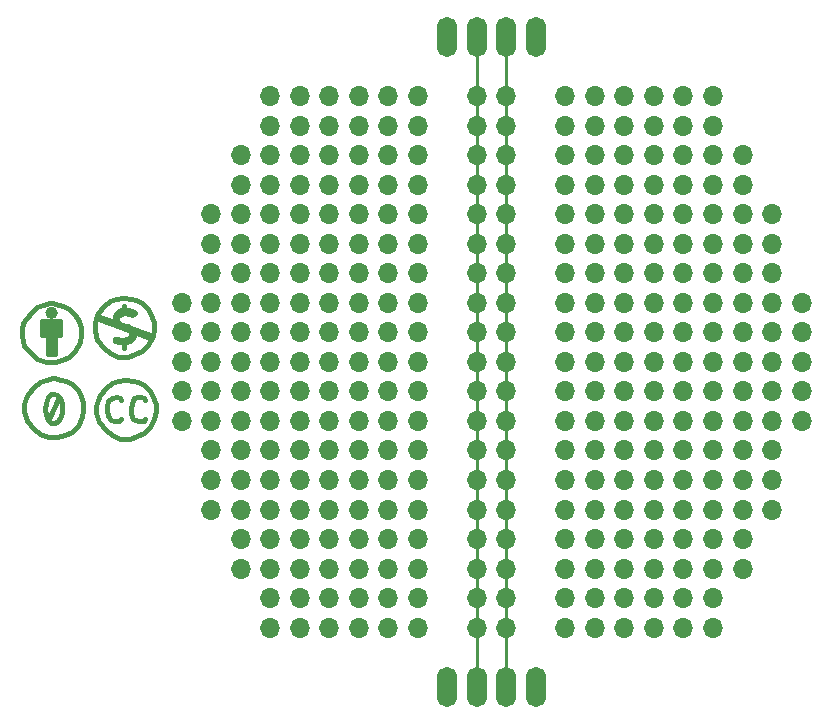
<source format=gtl>
G04 #@! TF.GenerationSoftware,KiCad,Pcbnew,no-vcs-found-1773985~61~ubuntu16.04.1*
G04 #@! TF.CreationDate,2018-02-01T00:18:09+01:00*
G04 #@! TF.ProjectId,ripolab_protroboard_v2,7269706F6C61625F70726F74726F626F,rev?*
G04 #@! TF.SameCoordinates,Original*
G04 #@! TF.FileFunction,Copper,L1,Top,Signal*
G04 #@! TF.FilePolarity,Positive*
%FSLAX46Y46*%
G04 Gerber Fmt 4.6, Leading zero omitted, Abs format (unit mm)*
G04 Created by KiCad (PCBNEW no-vcs-found-1773985~61~ubuntu16.04.1) date Thu Feb  1 00:18:09 2018*
%MOMM*%
%LPD*%
G01*
G04 APERTURE LIST*
%ADD10C,0.381000*%
%ADD11O,1.700000X3.400000*%
%ADD12O,1.700000X1.700000*%
%ADD13C,0.250000*%
G04 APERTURE END LIST*
D10*
X107299440Y-93449700D02*
X106700000Y-93350640D01*
X107700760Y-93548760D02*
X107299440Y-93449700D01*
X108201140Y-93851020D02*
X107700760Y-93548760D01*
X108698980Y-94348860D02*
X108201140Y-93851020D01*
X109001240Y-94849240D02*
X108698980Y-94348860D01*
X109199360Y-95451220D02*
X109001240Y-94849240D01*
X109199360Y-96050660D02*
X109199360Y-95451220D01*
X109100300Y-96650100D02*
X109199360Y-96050660D01*
X108698980Y-97351140D02*
X109100300Y-96650100D01*
X108201140Y-97848980D02*
X108698980Y-97351140D01*
X107599160Y-98151240D02*
X108201140Y-97848980D01*
X106999720Y-98349360D02*
X107599160Y-98151240D01*
X106199620Y-98349360D02*
X106999720Y-98349360D01*
X105501120Y-98049640D02*
X106199620Y-98349360D01*
X105000740Y-97650860D02*
X105501120Y-98049640D01*
X104398760Y-96949820D02*
X105000740Y-97650860D01*
X104200640Y-96149720D02*
X104398760Y-96949820D01*
X104200640Y-95550280D02*
X104200640Y-96149720D01*
X104299700Y-95049900D02*
X104200640Y-95550280D01*
X104500360Y-94651120D02*
X104299700Y-95049900D01*
X105000740Y-94049140D02*
X104500360Y-94651120D01*
X105501120Y-93650360D02*
X105000740Y-94049140D01*
X105998960Y-93449700D02*
X105501120Y-93650360D01*
X106600940Y-93350640D02*
X105998960Y-93449700D01*
X106700000Y-93350640D02*
X106600940Y-93350640D01*
X107015666Y-94150740D02*
G75*
G03X107015666Y-94150740I-315666J0D01*
G01*
X105899900Y-96050660D02*
X105899900Y-94849240D01*
X107401040Y-96050660D02*
X105899900Y-96050660D01*
X107401040Y-94849240D02*
X107401040Y-96050660D01*
X105899900Y-94849240D02*
X107401040Y-94849240D01*
X106400280Y-97650860D02*
X106900660Y-97650860D01*
X106400280Y-96149720D02*
X106400280Y-97650860D01*
X106999720Y-97650860D02*
X106999720Y-96050660D01*
X106799060Y-97650860D02*
X106999720Y-97650860D01*
X106700000Y-96149720D02*
X106700000Y-97450200D01*
X105899900Y-95750940D02*
X107200380Y-95750940D01*
X107200380Y-95451220D02*
X105998960Y-95451220D01*
X105998960Y-95148960D02*
X107299440Y-95148960D01*
X106700000Y-93950080D02*
X106700000Y-94348860D01*
X113449440Y-92949700D02*
X112850000Y-92850640D01*
X113850760Y-93048760D02*
X113449440Y-92949700D01*
X114351140Y-93351020D02*
X113850760Y-93048760D01*
X114848980Y-93848860D02*
X114351140Y-93351020D01*
X115151240Y-94349240D02*
X114848980Y-93848860D01*
X115349360Y-94951220D02*
X115151240Y-94349240D01*
X115349360Y-95550660D02*
X115349360Y-94951220D01*
X115250300Y-96150100D02*
X115349360Y-95550660D01*
X114848980Y-96851140D02*
X115250300Y-96150100D01*
X114351140Y-97348980D02*
X114848980Y-96851140D01*
X113749160Y-97651240D02*
X114351140Y-97348980D01*
X113149720Y-97849360D02*
X113749160Y-97651240D01*
X112349620Y-97849360D02*
X113149720Y-97849360D01*
X111651120Y-97549640D02*
X112349620Y-97849360D01*
X111150740Y-97150860D02*
X111651120Y-97549640D01*
X110548760Y-96449820D02*
X111150740Y-97150860D01*
X110350640Y-95649720D02*
X110548760Y-96449820D01*
X110350640Y-95050280D02*
X110350640Y-95649720D01*
X110449700Y-94549900D02*
X110350640Y-95050280D01*
X110650360Y-94151120D02*
X110449700Y-94549900D01*
X111150740Y-93549140D02*
X110650360Y-94151120D01*
X111651120Y-93150360D02*
X111150740Y-93549140D01*
X112148960Y-92949700D02*
X111651120Y-93150360D01*
X112750940Y-92850640D02*
X112148960Y-92949700D01*
X112850000Y-92850640D02*
X112750940Y-92850640D01*
X113551040Y-94349240D02*
X113749160Y-94151120D01*
X113248780Y-94250180D02*
X113551040Y-94349240D01*
X112949060Y-94151120D02*
X113248780Y-94250180D01*
X112550280Y-94250180D02*
X112949060Y-94151120D01*
X112349620Y-94450840D02*
X112550280Y-94250180D01*
X112250560Y-94648960D02*
X112349620Y-94450840D01*
X112349620Y-94951220D02*
X112250560Y-94648960D01*
X112550280Y-95149340D02*
X112349620Y-94951220D01*
X113149720Y-95250940D02*
X112550280Y-95149340D01*
X113551040Y-95550660D02*
X113149720Y-95250940D01*
X113650100Y-95850380D02*
X113551040Y-95550660D01*
X113650100Y-96150100D02*
X113650100Y-95850380D01*
X113551040Y-96350760D02*
X113650100Y-96150100D01*
X113350380Y-96548880D02*
X113551040Y-96350760D01*
X113050660Y-96650480D02*
X113350380Y-96548880D01*
X112349620Y-96650480D02*
X113050660Y-96650480D01*
X112049900Y-96548880D02*
X112349620Y-96650480D01*
X112049900Y-96350760D02*
X112049900Y-96548880D01*
X112148960Y-96350760D02*
X112049900Y-96350760D01*
X112649340Y-96449820D02*
X112148960Y-96350760D01*
X113149720Y-96350760D02*
X112649340Y-96449820D01*
X113449440Y-96150100D02*
X113149720Y-96350760D01*
X113449440Y-95748780D02*
X113449440Y-96150100D01*
X113149720Y-95550660D02*
X113449440Y-95748780D01*
X112349620Y-95250940D02*
X113149720Y-95550660D01*
X112148960Y-95050280D02*
X112349620Y-95250940D01*
X112049900Y-94750560D02*
X112148960Y-95050280D01*
X112049900Y-94450840D02*
X112049900Y-94750560D01*
X112148960Y-94250180D02*
X112049900Y-94450840D01*
X112349620Y-94049520D02*
X112148960Y-94250180D01*
X112550280Y-93950460D02*
X112349620Y-94049520D01*
X113248780Y-93950460D02*
X112550280Y-93950460D01*
X113650100Y-94049520D02*
X113248780Y-93950460D01*
X113749160Y-94151120D02*
X113650100Y-94049520D01*
X110548760Y-94450840D02*
X115250300Y-96150100D01*
X110449700Y-94549900D02*
X115049640Y-96249160D01*
X112850000Y-93848860D02*
X112850000Y-93549140D01*
X112850000Y-97150860D02*
X112850000Y-97049260D01*
X112850000Y-96650480D02*
X112850000Y-97150860D01*
X107499440Y-99799700D02*
X106900000Y-99700640D01*
X107900760Y-99898760D02*
X107499440Y-99799700D01*
X108401140Y-100201020D02*
X107900760Y-99898760D01*
X108898980Y-100698860D02*
X108401140Y-100201020D01*
X109201240Y-101199240D02*
X108898980Y-100698860D01*
X109399360Y-101801220D02*
X109201240Y-101199240D01*
X109399360Y-102400660D02*
X109399360Y-101801220D01*
X109300300Y-103000100D02*
X109399360Y-102400660D01*
X108898980Y-103701140D02*
X109300300Y-103000100D01*
X108401140Y-104198980D02*
X108898980Y-103701140D01*
X107799160Y-104501240D02*
X108401140Y-104198980D01*
X107199720Y-104699360D02*
X107799160Y-104501240D01*
X106399620Y-104699360D02*
X107199720Y-104699360D01*
X105701120Y-104399640D02*
X106399620Y-104699360D01*
X105200740Y-104000860D02*
X105701120Y-104399640D01*
X104598760Y-103299820D02*
X105200740Y-104000860D01*
X104400640Y-102499720D02*
X104598760Y-103299820D01*
X104400640Y-101900280D02*
X104400640Y-102499720D01*
X104499700Y-101399900D02*
X104400640Y-101900280D01*
X104700360Y-101001120D02*
X104499700Y-101399900D01*
X105200740Y-100399140D02*
X104700360Y-101001120D01*
X105701120Y-100000360D02*
X105200740Y-100399140D01*
X106198960Y-99799700D02*
X105701120Y-100000360D01*
X106800940Y-99700640D02*
X106198960Y-99799700D01*
X106900000Y-99700640D02*
X106800940Y-99700640D01*
X106650000Y-101050000D02*
X106900000Y-101000000D01*
X106400000Y-101250000D02*
X106650000Y-101050000D01*
X106250000Y-101750000D02*
X106400000Y-101250000D01*
X106150000Y-102250000D02*
X106250000Y-101750000D01*
X106250000Y-102800000D02*
X106150000Y-102250000D01*
X106400000Y-103200000D02*
X106250000Y-102800000D01*
X106650000Y-103450000D02*
X106400000Y-103200000D01*
X106950000Y-103500000D02*
X106650000Y-103450000D01*
X107250000Y-103300000D02*
X106950000Y-103500000D01*
X107400000Y-103050000D02*
X107250000Y-103300000D01*
X107600000Y-102600000D02*
X107400000Y-103050000D01*
X107600000Y-102250000D02*
X107600000Y-102600000D01*
X107600000Y-101800000D02*
X107600000Y-102250000D01*
X107450000Y-101400000D02*
X107600000Y-101800000D01*
X107200000Y-101100000D02*
X107450000Y-101400000D01*
X106900000Y-101000000D02*
X107200000Y-101100000D01*
X107350000Y-101300000D02*
X106450000Y-103100000D01*
X113599440Y-99899700D02*
X113000000Y-99800640D01*
X114000760Y-99998760D02*
X113599440Y-99899700D01*
X114501140Y-100301020D02*
X114000760Y-99998760D01*
X114998980Y-100798860D02*
X114501140Y-100301020D01*
X115301240Y-101299240D02*
X114998980Y-100798860D01*
X115499360Y-101901220D02*
X115301240Y-101299240D01*
X115499360Y-102500660D02*
X115499360Y-101901220D01*
X115400300Y-103100100D02*
X115499360Y-102500660D01*
X114998980Y-103801140D02*
X115400300Y-103100100D01*
X114501140Y-104298980D02*
X114998980Y-103801140D01*
X113899160Y-104601240D02*
X114501140Y-104298980D01*
X113299720Y-104799360D02*
X113899160Y-104601240D01*
X112499620Y-104799360D02*
X113299720Y-104799360D01*
X111801120Y-104499640D02*
X112499620Y-104799360D01*
X111300740Y-104100860D02*
X111801120Y-104499640D01*
X110698760Y-103399820D02*
X111300740Y-104100860D01*
X110500640Y-102599720D02*
X110698760Y-103399820D01*
X110500640Y-102000280D02*
X110500640Y-102599720D01*
X110599700Y-101499900D02*
X110500640Y-102000280D01*
X110800360Y-101101120D02*
X110599700Y-101499900D01*
X111300740Y-100499140D02*
X110800360Y-101101120D01*
X111801120Y-100100360D02*
X111300740Y-100499140D01*
X112298960Y-99899700D02*
X111801120Y-100100360D01*
X112900940Y-99800640D02*
X112298960Y-99899700D01*
X113000000Y-99800640D02*
X112900940Y-99800640D01*
X112400560Y-103300760D02*
X112601220Y-103100100D01*
X111999240Y-103300760D02*
X112400560Y-103300760D01*
X111699520Y-103199160D02*
X111999240Y-103300760D01*
X111498860Y-102899440D02*
X111699520Y-103199160D01*
X111399800Y-102399060D02*
X111498860Y-102899440D01*
X111399800Y-102000280D02*
X111399800Y-102399060D01*
X111498860Y-101598960D02*
X111399800Y-102000280D01*
X111801120Y-101400840D02*
X111498860Y-101598960D01*
X112199900Y-101299240D02*
X111801120Y-101400840D01*
X112499620Y-101400840D02*
X112199900Y-101299240D01*
X112601220Y-101499900D02*
X112499620Y-101400840D01*
X114501140Y-103300760D02*
X114600200Y-103100100D01*
X114198880Y-103300760D02*
X114501140Y-103300760D01*
X114000760Y-103300760D02*
X114198880Y-103300760D01*
X113599440Y-103100100D02*
X114000760Y-103300760D01*
X113398780Y-102698780D02*
X113599440Y-103100100D01*
X113398780Y-102300000D02*
X113398780Y-102698780D01*
X113500380Y-101799620D02*
X113398780Y-102300000D01*
X113701040Y-101400840D02*
X113500380Y-101799620D01*
X114000760Y-101299240D02*
X113701040Y-101400840D01*
X114300480Y-101299240D02*
X114000760Y-101299240D01*
X114501140Y-101400840D02*
X114300480Y-101299240D01*
X114600200Y-101499900D02*
X114501140Y-101400840D01*
D11*
X142700660Y-125800100D03*
X145200660Y-125800100D03*
X147700660Y-125800100D03*
X140200660Y-125800100D03*
X147700660Y-70800100D03*
X145200660Y-70800100D03*
X142700660Y-70800100D03*
D12*
X117700660Y-93300100D03*
X117700660Y-103300100D03*
X117700660Y-95800100D03*
X117700660Y-100800100D03*
X117700660Y-98300100D03*
X170200660Y-100800100D03*
X170200660Y-93300100D03*
X170200660Y-103300100D03*
X170200660Y-95800100D03*
X170200660Y-98300100D03*
X165200660Y-80800100D03*
X165200660Y-83300100D03*
X132700660Y-120800100D03*
X135200660Y-120800100D03*
X135200660Y-118300100D03*
X162700660Y-118300100D03*
X125200660Y-120800100D03*
X125200660Y-118300100D03*
X127700660Y-118300100D03*
X157700660Y-120800100D03*
X155200660Y-120800100D03*
X155200660Y-118300100D03*
X130200660Y-120800100D03*
X130200660Y-118300100D03*
X162700660Y-120800100D03*
X160200660Y-118300100D03*
X145200660Y-120800100D03*
X157700660Y-118300100D03*
X150200660Y-120800100D03*
X145200660Y-118300100D03*
X142700660Y-118300100D03*
X160200660Y-120800100D03*
X127700660Y-120800100D03*
X137700660Y-120800100D03*
X150200660Y-118300100D03*
X152700660Y-120800100D03*
X142700660Y-120800100D03*
X137700660Y-118300100D03*
X132700660Y-118300100D03*
X152700660Y-118300100D03*
X157700660Y-115800100D03*
X160200660Y-115800100D03*
X160200660Y-113300100D03*
X150200660Y-115800100D03*
X150200660Y-113300100D03*
X152700660Y-113300100D03*
X165200660Y-113300100D03*
X155200660Y-115800100D03*
X155200660Y-113300100D03*
X152700660Y-115800100D03*
X145200660Y-113300100D03*
X162700660Y-115800100D03*
X165200660Y-115800100D03*
X145200660Y-115800100D03*
X162700660Y-113300100D03*
X157700660Y-113300100D03*
X125200660Y-113300100D03*
X130200660Y-115800100D03*
X122700660Y-113300100D03*
X142700660Y-115800100D03*
X122700660Y-115800100D03*
X142700660Y-113300100D03*
X132700660Y-115800100D03*
X135200660Y-115800100D03*
X137700660Y-115800100D03*
X127700660Y-113300100D03*
X130200660Y-113300100D03*
X125200660Y-115800100D03*
X127700660Y-115800100D03*
X132700660Y-113300100D03*
X135200660Y-113300100D03*
X137700660Y-113300100D03*
X155200660Y-100800100D03*
X142700660Y-100800100D03*
X150200660Y-103300100D03*
X132700660Y-100800100D03*
X125200660Y-105800100D03*
X122700660Y-105800100D03*
X132700660Y-105800100D03*
X145200660Y-110800100D03*
X137700660Y-110800100D03*
X135200660Y-100800100D03*
X142700660Y-110800100D03*
X145200660Y-108300100D03*
X122700660Y-108300100D03*
X120200660Y-108300100D03*
X162700660Y-103300100D03*
X150200660Y-100800100D03*
X120200660Y-100800100D03*
X142700660Y-108300100D03*
X152700660Y-100800100D03*
X167700660Y-108300100D03*
X142700660Y-105800100D03*
X137700660Y-100800100D03*
X120200660Y-105800100D03*
X130200660Y-103300100D03*
X127700660Y-103300100D03*
X125200660Y-103300100D03*
X145200660Y-100800100D03*
X167700660Y-103300100D03*
X145200660Y-103300100D03*
X165200660Y-105800100D03*
X165200660Y-103300100D03*
X157700660Y-100800100D03*
X135200660Y-105800100D03*
X132700660Y-103300100D03*
X122700660Y-103300100D03*
X120200660Y-103300100D03*
X122700660Y-110800100D03*
X120200660Y-110800100D03*
X130200660Y-108300100D03*
X155200660Y-108300100D03*
X152700660Y-105800100D03*
X137700660Y-105800100D03*
X137700660Y-103300100D03*
X157700660Y-108300100D03*
X155200660Y-103300100D03*
X135200660Y-110800100D03*
X132700660Y-110800100D03*
X137700660Y-108300100D03*
X135200660Y-108300100D03*
X160200660Y-108300100D03*
X157700660Y-110800100D03*
X155200660Y-105800100D03*
X150200660Y-108300100D03*
X167700660Y-110800100D03*
X142700660Y-103300100D03*
X152700660Y-103300100D03*
X162700660Y-110800100D03*
X167700660Y-100800100D03*
X132700660Y-108300100D03*
X125200660Y-100800100D03*
X165200660Y-100800100D03*
X130200660Y-105800100D03*
X127700660Y-105800100D03*
X160200660Y-110800100D03*
X127700660Y-108300100D03*
X125200660Y-108300100D03*
X145200660Y-105800100D03*
X157700660Y-103300100D03*
X160200660Y-100800100D03*
X150200660Y-105800100D03*
X167700660Y-105800100D03*
X162700660Y-108300100D03*
X160200660Y-105800100D03*
X157700660Y-105800100D03*
X155200660Y-110800100D03*
X122700660Y-100800100D03*
X130200660Y-100800100D03*
X127700660Y-100800100D03*
X162700660Y-105800100D03*
X150200660Y-110800100D03*
X160200660Y-103300100D03*
X162700660Y-100800100D03*
X165200660Y-108300100D03*
X152700660Y-110800100D03*
X165200660Y-110800100D03*
X135200660Y-103300100D03*
X130200660Y-110800100D03*
X127700660Y-110800100D03*
X125200660Y-110800100D03*
X152700660Y-108300100D03*
X125200660Y-93300100D03*
X122700660Y-93300100D03*
X120200660Y-93300100D03*
X130200660Y-90800100D03*
X127700660Y-90800100D03*
X125200660Y-90800100D03*
X145200660Y-88300100D03*
X167700660Y-90800100D03*
X145200660Y-90800100D03*
X165200660Y-93300100D03*
X165200660Y-90800100D03*
X157700660Y-88300100D03*
X135200660Y-98300100D03*
X132700660Y-98300100D03*
X137700660Y-95800100D03*
X135200660Y-95800100D03*
X160200660Y-95800100D03*
X157700660Y-98300100D03*
X155200660Y-93300100D03*
X150200660Y-95800100D03*
X145200660Y-93300100D03*
X157700660Y-90800100D03*
X160200660Y-88300100D03*
X150200660Y-93300100D03*
X167700660Y-93300100D03*
X162700660Y-95800100D03*
X160200660Y-93300100D03*
X157700660Y-93300100D03*
X155200660Y-98300100D03*
X122700660Y-88300100D03*
X150200660Y-88300100D03*
X120200660Y-88300100D03*
X142700660Y-95800100D03*
X152700660Y-88300100D03*
X167700660Y-95800100D03*
X142700660Y-93300100D03*
X137700660Y-88300100D03*
X160200660Y-90800100D03*
X162700660Y-88300100D03*
X165200660Y-95800100D03*
X152700660Y-98300100D03*
X165200660Y-98300100D03*
X135200660Y-90800100D03*
X130200660Y-98300100D03*
X127700660Y-98300100D03*
X125200660Y-98300100D03*
X122700660Y-98300100D03*
X120200660Y-98300100D03*
X130200660Y-95800100D03*
X155200660Y-95800100D03*
X152700660Y-93300100D03*
X137700660Y-93300100D03*
X137700660Y-90800100D03*
X157700660Y-95800100D03*
X155200660Y-90800100D03*
X132700660Y-93300100D03*
X145200660Y-98300100D03*
X137700660Y-98300100D03*
X135200660Y-88300100D03*
X142700660Y-98300100D03*
X145200660Y-95800100D03*
X160200660Y-98300100D03*
X127700660Y-95800100D03*
X125200660Y-95800100D03*
X122700660Y-95800100D03*
X120200660Y-95800100D03*
X130200660Y-93300100D03*
X127700660Y-93300100D03*
X152700660Y-90800100D03*
X162700660Y-98300100D03*
X155200660Y-88300100D03*
X167700660Y-98300100D03*
X142700660Y-90800100D03*
X135200660Y-93300100D03*
X132700660Y-90800100D03*
X162700660Y-93300100D03*
X150200660Y-98300100D03*
X167700660Y-88300100D03*
X132700660Y-95800100D03*
X142700660Y-88300100D03*
X150200660Y-90800100D03*
X122700660Y-90800100D03*
X120200660Y-90800100D03*
X130200660Y-88300100D03*
X127700660Y-88300100D03*
X125200660Y-88300100D03*
X162700660Y-90800100D03*
X152700660Y-95800100D03*
X165200660Y-88300100D03*
X132700660Y-88300100D03*
X157700660Y-75800100D03*
X157700660Y-78300100D03*
X160200660Y-75800100D03*
X162700660Y-83300100D03*
X160200660Y-80800100D03*
X157700660Y-80800100D03*
X162700660Y-80800100D03*
X167700660Y-85800100D03*
X162700660Y-75800100D03*
X160200660Y-78300100D03*
X165200660Y-85800100D03*
X160200660Y-83300100D03*
X157700660Y-85800100D03*
X160200660Y-85800100D03*
X157700660Y-83300100D03*
X162700660Y-85800100D03*
X162700660Y-78300100D03*
X145200660Y-85800100D03*
X150200660Y-83300100D03*
X155200660Y-83300100D03*
X152700660Y-83300100D03*
X155200660Y-80800100D03*
X152700660Y-80800100D03*
X152700660Y-78300100D03*
X150200660Y-75800100D03*
X150200660Y-80800100D03*
X150200660Y-78300100D03*
X145200660Y-80800100D03*
X150200660Y-85800100D03*
X155200660Y-85800100D03*
X152700660Y-85800100D03*
X152700660Y-75800100D03*
X155200660Y-78300100D03*
X145200660Y-78300100D03*
X145200660Y-83300100D03*
X155200660Y-75800100D03*
X145200660Y-75800100D03*
X137700660Y-80800100D03*
X135200660Y-80800100D03*
X132700660Y-80800100D03*
X142700660Y-78300100D03*
X137700660Y-78300100D03*
X135200660Y-75800100D03*
X132700660Y-75800100D03*
X142700660Y-85800100D03*
X137700660Y-85800100D03*
X135200660Y-85800100D03*
X132700660Y-85800100D03*
X142700660Y-83300100D03*
X137700660Y-83300100D03*
X135200660Y-83300100D03*
X132700660Y-83300100D03*
X142700660Y-80800100D03*
X135200660Y-78300100D03*
X132700660Y-78300100D03*
X142700660Y-75800100D03*
X137700660Y-75800100D03*
X130200660Y-85800100D03*
X127700660Y-85800100D03*
X125200660Y-85800100D03*
X122700660Y-85800100D03*
X120200660Y-85800100D03*
X130200660Y-83300100D03*
X127700660Y-83300100D03*
X125200660Y-83300100D03*
X122700660Y-83300100D03*
X130200660Y-80800100D03*
X127700660Y-80800100D03*
X125200660Y-80800100D03*
X122700660Y-80800100D03*
X130200660Y-78300100D03*
X127700660Y-78300100D03*
X125200660Y-78300100D03*
X130200660Y-75800100D03*
X127700660Y-75800100D03*
X125200660Y-75800100D03*
D11*
X140200660Y-70800100D03*
D13*
X145200660Y-70800100D02*
X145200660Y-118300100D01*
X145200660Y-118300100D02*
X145200660Y-125800100D01*
X142700660Y-70800100D02*
X142700660Y-125800100D01*
X142700660Y-124400100D02*
X142700660Y-125800100D01*
X145200660Y-124400100D02*
X145200660Y-125800100D01*
M02*

</source>
